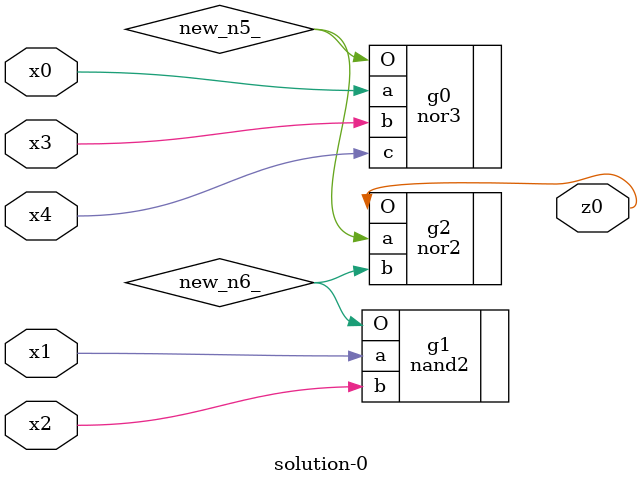
<source format=v>
module \solution-0 (
  x0, x1, x2, x3, x4,
  z0 );
  input x0, x1, x2, x3, x4;
  output z0;
  wire new_n5_, new_n6_;
  nor3  g0(.a(x0), .b(x3), .c(x4), .O(new_n5_));
  nand2  g1(.a(x1), .b(x2), .O(new_n6_));
  nor2  g2(.a(new_n5_), .b(new_n6_), .O(z0));
endmodule

</source>
